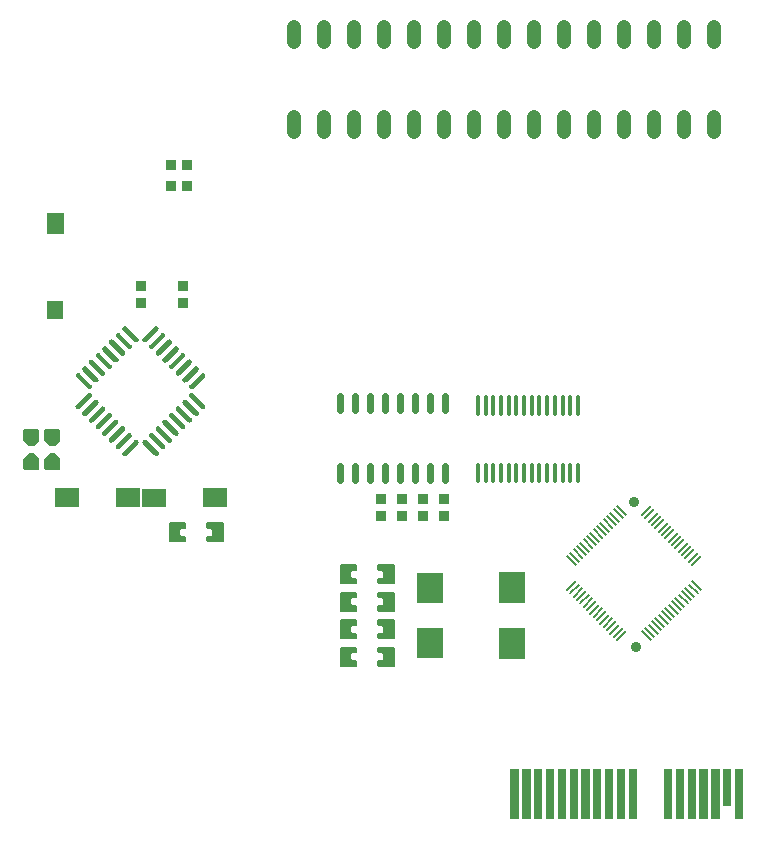
<source format=gtp>
G04 Layer: TopPasteMaskLayer*
G04 EasyEDA v6.4.7, 2021-02-24T17:41:02+08:00*
G04 aefd34b0273d4d6584ca49087094e06a,119f753a6ce64b8d841f2ad33262ab0c,10*
G04 Gerber Generator version 0.2*
G04 Scale: 100 percent, Rotated: No, Reflected: No *
G04 Dimensions in millimeters *
G04 leading zeros omitted , absolute positions ,3 integer and 3 decimal *
%FSLAX33Y33*%
%MOMM*%
G90*
D02*

%ADD22C,1.199998*%
%ADD23C,0.343002*%
%ADD24C,0.203200*%
%ADD25C,0.599999*%
%ADD33R,2.185010X2.591994*%
%ADD35R,0.914400X0.914400*%
%ADD37R,1.399997X1.499997*%
%ADD38R,2.046376X1.620012*%
%ADD39C,0.889000*%

%LPD*%
G54D22*
G01X62611Y68420D02*
G01X62611Y67120D01*
G01X60071Y68420D02*
G01X60071Y67120D01*
G01X57531Y68420D02*
G01X57531Y67120D01*
G01X54991Y68420D02*
G01X54991Y67120D01*
G01X52451Y68420D02*
G01X52451Y67120D01*
G01X49911Y68420D02*
G01X49911Y67120D01*
G01X47371Y68420D02*
G01X47371Y67120D01*
G01X39751Y68420D02*
G01X39751Y67120D01*
G01X62611Y60800D02*
G01X62611Y59500D01*
G01X60071Y60800D02*
G01X60071Y59500D01*
G01X57531Y60800D02*
G01X57531Y59500D01*
G01X54991Y60800D02*
G01X54991Y59500D01*
G01X52451Y60800D02*
G01X52451Y59500D01*
G01X49911Y60800D02*
G01X49911Y59500D01*
G01X47371Y60800D02*
G01X47371Y59500D01*
G01X44831Y60800D02*
G01X44831Y59500D01*
G01X42291Y60800D02*
G01X42291Y59500D01*
G01X39751Y60800D02*
G01X39751Y59500D01*
G01X37211Y68420D02*
G01X37211Y67120D01*
G01X34671Y68420D02*
G01X34671Y67120D01*
G01X32131Y68420D02*
G01X32131Y67120D01*
G01X29591Y68420D02*
G01X29591Y67120D01*
G01X27051Y68420D02*
G01X27051Y67120D01*
G01X37211Y60800D02*
G01X37211Y59500D01*
G01X34671Y60800D02*
G01X34671Y59500D01*
G01X32131Y60800D02*
G01X32131Y59500D01*
G01X29591Y60800D02*
G01X29591Y59500D01*
G01X27051Y60800D02*
G01X27051Y59500D01*
G01X44831Y68420D02*
G01X44831Y67120D01*
G01X42291Y68420D02*
G01X42291Y67120D01*
G54D23*
G01X51088Y35652D02*
G01X51088Y37040D01*
G01X50438Y35652D02*
G01X50438Y37040D01*
G01X49788Y35652D02*
G01X49788Y37040D01*
G01X49138Y35652D02*
G01X49138Y37040D01*
G01X48488Y35652D02*
G01X48488Y37040D01*
G01X47838Y35652D02*
G01X47838Y37040D01*
G01X47187Y35652D02*
G01X47187Y37040D01*
G01X46537Y35652D02*
G01X46537Y37040D01*
G01X45887Y35652D02*
G01X45887Y37040D01*
G01X45237Y35652D02*
G01X45237Y37040D01*
G01X44587Y35652D02*
G01X44587Y37040D01*
G01X43937Y35652D02*
G01X43937Y37040D01*
G01X43287Y35652D02*
G01X43287Y37040D01*
G01X42637Y35652D02*
G01X42637Y37040D01*
G01X51088Y29920D02*
G01X51088Y31309D01*
G01X50438Y29920D02*
G01X50438Y31309D01*
G01X49788Y29920D02*
G01X49788Y31309D01*
G01X49138Y29920D02*
G01X49138Y31309D01*
G01X48488Y29920D02*
G01X48488Y31309D01*
G01X47838Y29920D02*
G01X47838Y31309D01*
G01X47187Y29920D02*
G01X47187Y31309D01*
G01X46537Y29920D02*
G01X46537Y31309D01*
G01X45887Y29920D02*
G01X45887Y31309D01*
G01X45237Y29920D02*
G01X45237Y31309D01*
G01X44587Y29920D02*
G01X44587Y31309D01*
G01X43937Y29920D02*
G01X43937Y31309D01*
G01X43287Y29920D02*
G01X43287Y31309D01*
G01X42637Y29920D02*
G01X42637Y31309D01*
G54D24*
G01X51286Y19577D02*
G01X52040Y20332D01*
G01X59818Y19012D02*
G01X59064Y19766D01*
G01X58404Y17598D02*
G01X57650Y18352D01*
G01X61233Y20426D02*
G01X60478Y21180D01*
G01X60950Y20143D02*
G01X60195Y20897D01*
G01X60384Y19577D02*
G01X59630Y20332D01*
G01X60101Y19295D02*
G01X59347Y20049D01*
G01X58687Y17881D02*
G01X57933Y18635D01*
G01X58970Y18163D02*
G01X58216Y18918D01*
G01X60667Y19860D02*
G01X59912Y20615D01*
G01X51192Y23113D02*
G01X50437Y23867D01*
G01X58121Y17315D02*
G01X57367Y18069D01*
G01X56518Y27073D02*
G01X57273Y27827D01*
G01X50154Y20709D02*
G01X50909Y21463D01*
G01X57556Y16749D02*
G01X56801Y17504D01*
G01X60195Y23396D02*
G01X60950Y24150D01*
G01X59253Y18446D02*
G01X58498Y19201D01*
G01X53548Y17315D02*
G01X54303Y18069D01*
G01X52134Y18729D02*
G01X52889Y19483D01*
G01X50909Y22830D02*
G01X50154Y23585D01*
G01X55152Y27073D02*
G01X54397Y27827D01*
G01X57838Y17032D02*
G01X57084Y17786D01*
G01X61515Y20709D02*
G01X60761Y21463D01*
G01X54114Y16749D02*
G01X54869Y17503D01*
G01X53831Y17032D02*
G01X54586Y17786D01*
G01X59535Y18729D02*
G01X58781Y19483D01*
G01X57273Y16466D02*
G01X56518Y17221D01*
G01X59912Y23679D02*
G01X60667Y24433D01*
G01X59630Y23962D02*
G01X60384Y24716D01*
G01X52606Y24527D02*
G01X51852Y25282D01*
G01X52889Y24810D02*
G01X52134Y25564D01*
G01X52323Y24244D02*
G01X51569Y24999D01*
G01X51757Y23679D02*
G01X51003Y24433D01*
G01X53171Y25093D02*
G01X52417Y25847D01*
G01X53454Y25376D02*
G01X52700Y26130D01*
G01X51474Y23396D02*
G01X50720Y24150D01*
G01X52040Y23962D02*
G01X51286Y24716D01*
G01X57932Y25659D02*
G01X58687Y26413D01*
G01X56801Y26790D02*
G01X57555Y27544D01*
G01X57084Y26507D02*
G01X57838Y27261D01*
G01X57650Y25941D02*
G01X58404Y26696D01*
G01X57367Y26224D02*
G01X58121Y26978D01*
G01X50720Y20143D02*
G01X51474Y20897D01*
G01X50437Y20426D02*
G01X51191Y21180D01*
G01X51003Y19860D02*
G01X51757Y20615D01*
G01X52983Y17881D02*
G01X53737Y18635D01*
G01X53266Y17598D02*
G01X54020Y18352D01*
G01X58781Y24810D02*
G01X59535Y25564D01*
G01X52700Y18163D02*
G01X53454Y18918D01*
G01X52417Y18446D02*
G01X53171Y19201D01*
G01X59064Y24527D02*
G01X59818Y25282D01*
G01X58498Y25093D02*
G01X59253Y25847D01*
G01X58215Y25376D02*
G01X58970Y26130D01*
G01X59347Y24244D02*
G01X60101Y24999D01*
G01X54397Y16466D02*
G01X55152Y17220D01*
G01X53737Y25659D02*
G01X52983Y26413D01*
G01X54586Y26507D02*
G01X53831Y27261D01*
G01X54020Y25941D02*
G01X53266Y26696D01*
G01X51851Y19012D02*
G01X52606Y19766D01*
G01X60761Y22830D02*
G01X61515Y23585D01*
G01X60478Y23113D02*
G01X61233Y23867D01*
G01X54303Y26224D02*
G01X53548Y26978D01*
G01X51568Y19295D02*
G01X52323Y20049D01*
G01X54869Y26790D02*
G01X54114Y27544D01*
G54D25*
G01X39878Y35979D02*
G01X39878Y37179D01*
G01X38608Y35979D02*
G01X38608Y37179D01*
G01X37338Y35979D02*
G01X37338Y37179D01*
G01X36068Y35979D02*
G01X36068Y37179D01*
G01X34798Y35979D02*
G01X34798Y37179D01*
G01X33528Y35979D02*
G01X33528Y37179D01*
G01X32258Y35979D02*
G01X32258Y37179D01*
G01X30988Y35979D02*
G01X30988Y37179D01*
G01X39878Y30036D02*
G01X39878Y31236D01*
G01X38608Y30036D02*
G01X38608Y31236D01*
G01X37338Y30036D02*
G01X37338Y31236D01*
G01X36068Y30036D02*
G01X36068Y31236D01*
G01X34798Y30036D02*
G01X34798Y31236D01*
G01X33528Y30036D02*
G01X33528Y31236D01*
G01X32258Y30036D02*
G01X32258Y31236D01*
G01X30988Y30036D02*
G01X30988Y31236D01*
G36*
G01X59385Y5600D02*
G01X60085Y5600D01*
G01X60085Y1300D01*
G01X59385Y1300D01*
G01X59385Y5600D01*
G37*
G36*
G01X58385Y5600D02*
G01X59085Y5600D01*
G01X59085Y1300D01*
G01X58385Y1300D01*
G01X58385Y5600D01*
G37*
G36*
G01X60385Y5600D02*
G01X61085Y5600D01*
G01X61085Y1300D01*
G01X60385Y1300D01*
G01X60385Y5600D01*
G37*
G36*
G01X62385Y5600D02*
G01X63085Y5600D01*
G01X63085Y1300D01*
G01X62385Y1300D01*
G01X62385Y5600D01*
G37*
G36*
G01X61385Y5600D02*
G01X62085Y5600D01*
G01X62085Y1300D01*
G01X61385Y1300D01*
G01X61385Y5600D01*
G37*
G36*
G01X64385Y5600D02*
G01X65085Y5600D01*
G01X65085Y1300D01*
G01X64385Y1300D01*
G01X64385Y5600D01*
G37*
G36*
G01X63385Y5600D02*
G01X64085Y5600D01*
G01X64085Y2400D01*
G01X63385Y2400D01*
G01X63385Y5600D01*
G37*
G36*
G01X46385Y5600D02*
G01X47085Y5600D01*
G01X47085Y1300D01*
G01X46385Y1300D01*
G01X46385Y5600D01*
G37*
G36*
G01X45385Y5600D02*
G01X46085Y5600D01*
G01X46085Y1300D01*
G01X45385Y1300D01*
G01X45385Y5600D01*
G37*
G36*
G01X47385Y5600D02*
G01X48085Y5600D01*
G01X48085Y1300D01*
G01X47385Y1300D01*
G01X47385Y5600D01*
G37*
G36*
G01X53385Y5600D02*
G01X54085Y5600D01*
G01X54085Y1300D01*
G01X53385Y1300D01*
G01X53385Y5600D01*
G37*
G36*
G01X52385Y5600D02*
G01X53085Y5600D01*
G01X53085Y1300D01*
G01X52385Y1300D01*
G01X52385Y5600D01*
G37*
G36*
G01X55385Y5600D02*
G01X56085Y5600D01*
G01X56085Y1300D01*
G01X55385Y1300D01*
G01X55385Y5600D01*
G37*
G36*
G01X54385Y5600D02*
G01X55085Y5600D01*
G01X55085Y1300D01*
G01X54385Y1300D01*
G01X54385Y5600D01*
G37*
G36*
G01X49385Y5600D02*
G01X50085Y5600D01*
G01X50085Y1300D01*
G01X49385Y1300D01*
G01X49385Y5600D01*
G37*
G36*
G01X48385Y5600D02*
G01X49085Y5600D01*
G01X49085Y1300D01*
G01X48385Y1300D01*
G01X48385Y5600D01*
G37*
G36*
G01X51385Y5600D02*
G01X52085Y5600D01*
G01X52085Y1300D01*
G01X51385Y1300D01*
G01X51385Y5600D01*
G37*
G36*
G01X50385Y5600D02*
G01X51085Y5600D01*
G01X51085Y1300D01*
G01X50385Y1300D01*
G01X50385Y5600D01*
G37*
G36*
G01X44436Y14912D02*
G01X44436Y17504D01*
G01X46622Y17504D01*
G01X46622Y14912D01*
G01X44436Y14912D01*
G37*
G54D33*
G01X38544Y16208D03*
G01X38544Y20907D03*
G36*
G01X44436Y19611D02*
G01X44436Y22203D01*
G01X46622Y22203D01*
G01X46622Y19611D01*
G01X44436Y19611D01*
G37*
G36*
G01X13261Y33947D02*
G01X13279Y33927D01*
G01X13293Y33906D01*
G01X13306Y33883D01*
G01X13315Y33858D01*
G01X13321Y33833D01*
G01X13324Y33807D01*
G01X13324Y33781D01*
G01X13321Y33755D01*
G01X13315Y33730D01*
G01X13306Y33706D01*
G01X13293Y33683D01*
G01X13279Y33661D01*
G01X13261Y33642D01*
G01X12309Y32690D01*
G01X12290Y32672D01*
G01X12268Y32657D01*
G01X12245Y32646D01*
G01X12221Y32636D01*
G01X12196Y32630D01*
G01X12170Y32627D01*
G01X12144Y32627D01*
G01X12118Y32630D01*
G01X12092Y32636D01*
G01X12068Y32646D01*
G01X12045Y32657D01*
G01X12024Y32672D01*
G01X12004Y32690D01*
G01X11987Y32709D01*
G01X11972Y32731D01*
G01X11960Y32754D01*
G01X11951Y32778D01*
G01X11944Y32803D01*
G01X11941Y32829D01*
G01X11941Y32855D01*
G01X11944Y32881D01*
G01X11951Y32907D01*
G01X11960Y32931D01*
G01X11972Y32954D01*
G01X11987Y32975D01*
G01X12004Y32995D01*
G01X12956Y33947D01*
G01X12976Y33964D01*
G01X12997Y33979D01*
G01X13020Y33991D01*
G01X13044Y34000D01*
G01X13070Y34007D01*
G01X13096Y34010D01*
G01X13122Y34010D01*
G01X13148Y34007D01*
G01X13173Y34000D01*
G01X13197Y33991D01*
G01X13220Y33979D01*
G01X13242Y33964D01*
G01X13261Y33947D01*
G37*
G36*
G01X12687Y34522D02*
G01X12704Y34502D01*
G01X12719Y34481D01*
G01X12731Y34458D01*
G01X12740Y34433D01*
G01X12746Y34408D01*
G01X12750Y34382D01*
G01X12750Y34356D01*
G01X12746Y34330D01*
G01X12740Y34305D01*
G01X12731Y34280D01*
G01X12719Y34257D01*
G01X12704Y34236D01*
G01X12687Y34216D01*
G01X11735Y33265D01*
G01X11715Y33247D01*
G01X11694Y33232D01*
G01X11671Y33220D01*
G01X11646Y33211D01*
G01X11621Y33205D01*
G01X11595Y33202D01*
G01X11569Y33202D01*
G01X11543Y33205D01*
G01X11518Y33211D01*
G01X11494Y33220D01*
G01X11470Y33232D01*
G01X11449Y33247D01*
G01X11430Y33265D01*
G01X11412Y33284D01*
G01X11397Y33305D01*
G01X11385Y33329D01*
G01X11376Y33353D01*
G01X11370Y33378D01*
G01X11367Y33404D01*
G01X11367Y33430D01*
G01X11370Y33456D01*
G01X11376Y33481D01*
G01X11385Y33506D01*
G01X11397Y33529D01*
G01X11412Y33550D01*
G01X11430Y33570D01*
G01X12381Y34522D01*
G01X12401Y34539D01*
G01X12422Y34554D01*
G01X12445Y34566D01*
G01X12470Y34575D01*
G01X12495Y34581D01*
G01X12521Y34585D01*
G01X12547Y34585D01*
G01X12573Y34581D01*
G01X12598Y34575D01*
G01X12623Y34566D01*
G01X12646Y34554D01*
G01X12667Y34539D01*
G01X12687Y34522D01*
G37*
G36*
G01X10998Y36210D02*
G01X11016Y36190D01*
G01X11030Y36169D01*
G01X11043Y36146D01*
G01X11052Y36122D01*
G01X11058Y36096D01*
G01X11061Y36070D01*
G01X11061Y36044D01*
G01X11058Y36018D01*
G01X11052Y35993D01*
G01X11043Y35969D01*
G01X11030Y35945D01*
G01X11016Y35924D01*
G01X10998Y35905D01*
G01X10046Y34953D01*
G01X10027Y34935D01*
G01X10006Y34921D01*
G01X9982Y34908D01*
G01X9958Y34899D01*
G01X9933Y34893D01*
G01X9907Y34890D01*
G01X9881Y34890D01*
G01X9855Y34893D01*
G01X9830Y34899D01*
G01X9805Y34908D01*
G01X9782Y34921D01*
G01X9761Y34935D01*
G01X9741Y34953D01*
G01X9724Y34972D01*
G01X9709Y34994D01*
G01X9697Y35017D01*
G01X9688Y35041D01*
G01X9681Y35066D01*
G01X9678Y35092D01*
G01X9678Y35118D01*
G01X9681Y35144D01*
G01X9688Y35170D01*
G01X9697Y35194D01*
G01X9709Y35217D01*
G01X9724Y35239D01*
G01X9741Y35258D01*
G01X10693Y36210D01*
G01X10712Y36227D01*
G01X10734Y36242D01*
G01X10757Y36254D01*
G01X10782Y36263D01*
G01X10807Y36270D01*
G01X10833Y36273D01*
G01X10859Y36273D01*
G01X10885Y36270D01*
G01X10910Y36263D01*
G01X10934Y36254D01*
G01X10957Y36242D01*
G01X10979Y36227D01*
G01X10998Y36210D01*
G37*
G36*
G01X9867Y37341D02*
G01X9884Y37322D01*
G01X9899Y37301D01*
G01X9911Y37277D01*
G01X9920Y37253D01*
G01X9927Y37228D01*
G01X9930Y37202D01*
G01X9930Y37176D01*
G01X9927Y37150D01*
G01X9920Y37125D01*
G01X9911Y37100D01*
G01X9899Y37077D01*
G01X9884Y37056D01*
G01X9867Y37036D01*
G01X8915Y36084D01*
G01X8895Y36067D01*
G01X8874Y36052D01*
G01X8851Y36040D01*
G01X8827Y36031D01*
G01X8801Y36024D01*
G01X8775Y36021D01*
G01X8749Y36021D01*
G01X8723Y36024D01*
G01X8698Y36031D01*
G01X8674Y36040D01*
G01X8650Y36052D01*
G01X8629Y36067D01*
G01X8610Y36084D01*
G01X8592Y36104D01*
G01X8578Y36125D01*
G01X8565Y36148D01*
G01X8556Y36173D01*
G01X8550Y36198D01*
G01X8547Y36224D01*
G01X8547Y36250D01*
G01X8550Y36276D01*
G01X8556Y36301D01*
G01X8565Y36325D01*
G01X8578Y36349D01*
G01X8592Y36370D01*
G01X8610Y36389D01*
G01X9562Y37341D01*
G01X9581Y37359D01*
G01X9602Y37373D01*
G01X9626Y37386D01*
G01X9650Y37395D01*
G01X9675Y37401D01*
G01X9701Y37404D01*
G01X9727Y37404D01*
G01X9753Y37401D01*
G01X9779Y37395D01*
G01X9803Y37386D01*
G01X9826Y37373D01*
G01X9847Y37359D01*
G01X9867Y37341D01*
G37*
G36*
G01X8621Y39041D02*
G01X8640Y39058D01*
G01X8662Y39073D01*
G01X8685Y39085D01*
G01X8709Y39094D01*
G01X8735Y39100D01*
G01X8760Y39104D01*
G01X8786Y39104D01*
G01X8812Y39100D01*
G01X8838Y39094D01*
G01X8862Y39085D01*
G01X8885Y39073D01*
G01X8907Y39058D01*
G01X8926Y39041D01*
G01X9878Y38089D01*
G01X9895Y38069D01*
G01X9910Y38048D01*
G01X9922Y38025D01*
G01X9931Y38001D01*
G01X9938Y37975D01*
G01X9941Y37949D01*
G01X9941Y37923D01*
G01X9938Y37897D01*
G01X9931Y37872D01*
G01X9922Y37848D01*
G01X9910Y37825D01*
G01X9895Y37803D01*
G01X9878Y37784D01*
G01X9859Y37766D01*
G01X9837Y37751D01*
G01X9814Y37739D01*
G01X9789Y37730D01*
G01X9764Y37724D01*
G01X9738Y37721D01*
G01X9712Y37721D01*
G01X9686Y37724D01*
G01X9661Y37730D01*
G01X9637Y37739D01*
G01X9614Y37751D01*
G01X9592Y37766D01*
G01X9573Y37784D01*
G01X8621Y38735D01*
G01X8603Y38755D01*
G01X8589Y38777D01*
G01X8577Y38799D01*
G01X8567Y38824D01*
G01X8561Y38849D01*
G01X8558Y38875D01*
G01X8558Y38901D01*
G01X8561Y38927D01*
G01X8567Y38952D01*
G01X8577Y38977D01*
G01X8589Y39000D01*
G01X8603Y39021D01*
G01X8621Y39041D01*
G37*
G36*
G01X9186Y39606D02*
G01X9206Y39623D01*
G01X9227Y39638D01*
G01X9250Y39650D01*
G01X9275Y39660D01*
G01X9300Y39666D01*
G01X9326Y39669D01*
G01X9352Y39669D01*
G01X9378Y39666D01*
G01X9403Y39660D01*
G01X9427Y39650D01*
G01X9451Y39638D01*
G01X9472Y39623D01*
G01X9491Y39606D01*
G01X10443Y38654D01*
G01X10461Y38635D01*
G01X10475Y38613D01*
G01X10488Y38590D01*
G01X10497Y38566D01*
G01X10503Y38541D01*
G01X10506Y38515D01*
G01X10506Y38489D01*
G01X10503Y38463D01*
G01X10497Y38437D01*
G01X10488Y38413D01*
G01X10475Y38390D01*
G01X10461Y38368D01*
G01X10443Y38349D01*
G01X10424Y38332D01*
G01X10402Y38317D01*
G01X10379Y38305D01*
G01X10355Y38295D01*
G01X10330Y38289D01*
G01X10304Y38286D01*
G01X10278Y38286D01*
G01X10252Y38289D01*
G01X10227Y38295D01*
G01X10202Y38305D01*
G01X10179Y38317D01*
G01X10157Y38332D01*
G01X10138Y38349D01*
G01X9186Y39301D01*
G01X9169Y39320D01*
G01X9154Y39342D01*
G01X9142Y39365D01*
G01X9133Y39389D01*
G01X9126Y39415D01*
G01X9123Y39441D01*
G01X9123Y39467D01*
G01X9126Y39493D01*
G01X9133Y39518D01*
G01X9142Y39542D01*
G01X9154Y39565D01*
G01X9169Y39587D01*
G01X9186Y39606D01*
G37*
G36*
G01X9752Y40172D02*
G01X9771Y40189D01*
G01X9792Y40204D01*
G01X9816Y40216D01*
G01X9840Y40225D01*
G01X9865Y40231D01*
G01X9891Y40235D01*
G01X9917Y40235D01*
G01X9943Y40231D01*
G01X9968Y40225D01*
G01X9993Y40216D01*
G01X10016Y40204D01*
G01X10037Y40189D01*
G01X10057Y40172D01*
G01X11009Y39220D01*
G01X11026Y39200D01*
G01X11041Y39179D01*
G01X11053Y39156D01*
G01X11062Y39131D01*
G01X11068Y39106D01*
G01X11072Y39080D01*
G01X11072Y39054D01*
G01X11068Y39028D01*
G01X11062Y39003D01*
G01X11053Y38978D01*
G01X11041Y38955D01*
G01X11026Y38934D01*
G01X11009Y38914D01*
G01X10989Y38897D01*
G01X10968Y38882D01*
G01X10945Y38870D01*
G01X10920Y38861D01*
G01X10895Y38855D01*
G01X10869Y38851D01*
G01X10843Y38851D01*
G01X10817Y38855D01*
G01X10792Y38861D01*
G01X10768Y38870D01*
G01X10744Y38882D01*
G01X10723Y38897D01*
G01X10703Y38914D01*
G01X9752Y39866D01*
G01X9734Y39886D01*
G01X9719Y39907D01*
G01X9707Y39930D01*
G01X9698Y39955D01*
G01X9692Y39980D01*
G01X9689Y40006D01*
G01X9689Y40032D01*
G01X9692Y40058D01*
G01X9698Y40083D01*
G01X9707Y40108D01*
G01X9719Y40131D01*
G01X9734Y40152D01*
G01X9752Y40172D01*
G37*
G36*
G01X10317Y40737D02*
G01X10337Y40754D01*
G01X10358Y40769D01*
G01X10381Y40781D01*
G01X10406Y40791D01*
G01X10431Y40797D01*
G01X10457Y40800D01*
G01X10483Y40800D01*
G01X10509Y40797D01*
G01X10534Y40791D01*
G01X10558Y40781D01*
G01X10581Y40769D01*
G01X10603Y40754D01*
G01X10623Y40737D01*
G01X11574Y39785D01*
G01X11592Y39766D01*
G01X11607Y39744D01*
G01X11618Y39721D01*
G01X11628Y39697D01*
G01X11634Y39672D01*
G01X11637Y39646D01*
G01X11637Y39620D01*
G01X11634Y39594D01*
G01X11628Y39569D01*
G01X11618Y39544D01*
G01X11607Y39521D01*
G01X11592Y39499D01*
G01X11574Y39480D01*
G01X11555Y39463D01*
G01X11533Y39448D01*
G01X11510Y39436D01*
G01X11486Y39427D01*
G01X11460Y39420D01*
G01X11435Y39417D01*
G01X11409Y39417D01*
G01X11383Y39420D01*
G01X11357Y39427D01*
G01X11333Y39436D01*
G01X11310Y39448D01*
G01X11289Y39463D01*
G01X11269Y39480D01*
G01X10317Y40432D01*
G01X10300Y40451D01*
G01X10285Y40473D01*
G01X10273Y40496D01*
G01X10264Y40520D01*
G01X10258Y40546D01*
G01X10254Y40572D01*
G01X10254Y40597D01*
G01X10258Y40623D01*
G01X10264Y40649D01*
G01X10273Y40673D01*
G01X10285Y40696D01*
G01X10300Y40718D01*
G01X10317Y40737D01*
G37*
G36*
G01X10883Y41303D02*
G01X10902Y41320D01*
G01X10924Y41335D01*
G01X10947Y41347D01*
G01X10971Y41356D01*
G01X10996Y41362D01*
G01X11022Y41366D01*
G01X11048Y41366D01*
G01X11074Y41362D01*
G01X11099Y41356D01*
G01X11124Y41347D01*
G01X11147Y41335D01*
G01X11168Y41320D01*
G01X11188Y41303D01*
G01X12140Y40351D01*
G01X12157Y40331D01*
G01X12172Y40310D01*
G01X12184Y40287D01*
G01X12193Y40262D01*
G01X12199Y40237D01*
G01X12203Y40211D01*
G01X12203Y40185D01*
G01X12199Y40159D01*
G01X12193Y40134D01*
G01X12184Y40110D01*
G01X12172Y40086D01*
G01X12157Y40065D01*
G01X12140Y40045D01*
G01X12120Y40028D01*
G01X12099Y40013D01*
G01X12076Y40001D01*
G01X12051Y39992D01*
G01X12026Y39986D01*
G01X12000Y39983D01*
G01X11974Y39983D01*
G01X11948Y39986D01*
G01X11923Y39992D01*
G01X11898Y40001D01*
G01X11876Y40013D01*
G01X11854Y40028D01*
G01X11834Y40045D01*
G01X10883Y40997D01*
G01X10865Y41017D01*
G01X10850Y41038D01*
G01X10838Y41061D01*
G01X10829Y41086D01*
G01X10823Y41111D01*
G01X10820Y41137D01*
G01X10820Y41163D01*
G01X10823Y41189D01*
G01X10829Y41214D01*
G01X10838Y41239D01*
G01X10850Y41262D01*
G01X10865Y41283D01*
G01X10883Y41303D01*
G37*
G36*
G01X12013Y42434D02*
G01X12033Y42451D01*
G01X12054Y42466D01*
G01X12077Y42478D01*
G01X12102Y42487D01*
G01X12127Y42493D01*
G01X12153Y42496D01*
G01X12179Y42496D01*
G01X12205Y42493D01*
G01X12230Y42487D01*
G01X12255Y42478D01*
G01X12278Y42466D01*
G01X12299Y42451D01*
G01X12319Y42434D01*
G01X13271Y41482D01*
G01X13288Y41462D01*
G01X13303Y41441D01*
G01X13315Y41418D01*
G01X13324Y41393D01*
G01X13330Y41368D01*
G01X13333Y41342D01*
G01X13333Y41316D01*
G01X13330Y41290D01*
G01X13324Y41265D01*
G01X13315Y41240D01*
G01X13303Y41217D01*
G01X13288Y41196D01*
G01X13271Y41176D01*
G01X13251Y41159D01*
G01X13230Y41144D01*
G01X13207Y41132D01*
G01X13182Y41123D01*
G01X13157Y41117D01*
G01X13131Y41114D01*
G01X13105Y41114D01*
G01X13079Y41117D01*
G01X13054Y41123D01*
G01X13029Y41132D01*
G01X13006Y41144D01*
G01X12985Y41159D01*
G01X12965Y41176D01*
G01X12013Y42128D01*
G01X11996Y42148D01*
G01X11981Y42169D01*
G01X11969Y42192D01*
G01X11960Y42217D01*
G01X11954Y42242D01*
G01X11951Y42268D01*
G01X11951Y42294D01*
G01X11954Y42320D01*
G01X11960Y42345D01*
G01X11969Y42370D01*
G01X11981Y42393D01*
G01X11996Y42414D01*
G01X12013Y42434D01*
G37*
G36*
G01X11448Y41868D02*
G01X11467Y41885D01*
G01X11489Y41900D01*
G01X11512Y41912D01*
G01X11536Y41922D01*
G01X11562Y41928D01*
G01X11587Y41931D01*
G01X11614Y41931D01*
G01X11640Y41928D01*
G01X11665Y41922D01*
G01X11689Y41912D01*
G01X11712Y41900D01*
G01X11734Y41885D01*
G01X11753Y41868D01*
G01X12705Y40916D01*
G01X12722Y40897D01*
G01X12737Y40875D01*
G01X12749Y40852D01*
G01X12759Y40828D01*
G01X12765Y40802D01*
G01X12768Y40777D01*
G01X12768Y40750D01*
G01X12765Y40724D01*
G01X12759Y40699D01*
G01X12749Y40675D01*
G01X12737Y40652D01*
G01X12722Y40630D01*
G01X12705Y40611D01*
G01X12686Y40593D01*
G01X12664Y40579D01*
G01X12641Y40567D01*
G01X12617Y40557D01*
G01X12591Y40551D01*
G01X12566Y40548D01*
G01X12539Y40548D01*
G01X12514Y40551D01*
G01X12488Y40557D01*
G01X12464Y40567D01*
G01X12441Y40579D01*
G01X12419Y40593D01*
G01X12400Y40611D01*
G01X11448Y41563D01*
G01X11431Y41582D01*
G01X11416Y41604D01*
G01X11404Y41627D01*
G01X11394Y41651D01*
G01X11388Y41676D01*
G01X11385Y41702D01*
G01X11385Y41728D01*
G01X11388Y41754D01*
G01X11394Y41780D01*
G01X11404Y41804D01*
G01X11416Y41827D01*
G01X11431Y41848D01*
G01X11448Y41868D01*
G37*
G36*
G01X12579Y42999D02*
G01X12598Y43016D01*
G01X12620Y43031D01*
G01X12643Y43043D01*
G01X12667Y43052D01*
G01X12693Y43059D01*
G01X12719Y43062D01*
G01X12744Y43062D01*
G01X12770Y43059D01*
G01X12796Y43052D01*
G01X12820Y43043D01*
G01X12843Y43031D01*
G01X12865Y43016D01*
G01X12884Y42999D01*
G01X13836Y42047D01*
G01X13853Y42028D01*
G01X13868Y42006D01*
G01X13880Y41983D01*
G01X13889Y41959D01*
G01X13896Y41933D01*
G01X13899Y41907D01*
G01X13899Y41881D01*
G01X13896Y41856D01*
G01X13889Y41830D01*
G01X13880Y41806D01*
G01X13868Y41783D01*
G01X13853Y41761D01*
G01X13836Y41742D01*
G01X13817Y41724D01*
G01X13795Y41710D01*
G01X13772Y41698D01*
G01X13748Y41688D01*
G01X13722Y41682D01*
G01X13696Y41679D01*
G01X13670Y41679D01*
G01X13645Y41682D01*
G01X13619Y41688D01*
G01X13595Y41698D01*
G01X13572Y41710D01*
G01X13550Y41724D01*
G01X13531Y41742D01*
G01X12579Y42694D01*
G01X12562Y42713D01*
G01X12547Y42735D01*
G01X12535Y42758D01*
G01X12526Y42782D01*
G01X12519Y42807D01*
G01X12516Y42833D01*
G01X12516Y42859D01*
G01X12519Y42885D01*
G01X12526Y42911D01*
G01X12535Y42935D01*
G01X12547Y42958D01*
G01X12562Y42980D01*
G01X12579Y42999D01*
G37*
G36*
G01X14841Y33952D02*
G01X14860Y33969D01*
G01X14882Y33984D01*
G01X14905Y33996D01*
G01X14929Y34005D01*
G01X14954Y34012D01*
G01X14980Y34015D01*
G01X15006Y34015D01*
G01X15032Y34012D01*
G01X15058Y34005D01*
G01X15082Y33996D01*
G01X15105Y33984D01*
G01X15126Y33969D01*
G01X15146Y33952D01*
G01X16098Y33000D01*
G01X16115Y32980D01*
G01X16130Y32959D01*
G01X16142Y32936D01*
G01X16151Y32911D01*
G01X16157Y32886D01*
G01X16161Y32860D01*
G01X16161Y32834D01*
G01X16157Y32808D01*
G01X16151Y32783D01*
G01X16142Y32759D01*
G01X16130Y32735D01*
G01X16115Y32714D01*
G01X16098Y32695D01*
G01X16078Y32677D01*
G01X16057Y32662D01*
G01X16034Y32650D01*
G01X16009Y32641D01*
G01X15984Y32635D01*
G01X15958Y32632D01*
G01X15932Y32632D01*
G01X15906Y32635D01*
G01X15881Y32641D01*
G01X15856Y32650D01*
G01X15834Y32662D01*
G01X15812Y32677D01*
G01X15792Y32695D01*
G01X14841Y33646D01*
G01X14823Y33666D01*
G01X14808Y33687D01*
G01X14797Y33711D01*
G01X14787Y33735D01*
G01X14781Y33760D01*
G01X14778Y33786D01*
G01X14778Y33812D01*
G01X14781Y33838D01*
G01X14787Y33863D01*
G01X14797Y33888D01*
G01X14808Y33911D01*
G01X14823Y33932D01*
G01X14841Y33952D01*
G37*
G36*
G01X15406Y34517D02*
G01X15425Y34535D01*
G01X15447Y34549D01*
G01X15470Y34561D01*
G01X15495Y34571D01*
G01X15520Y34577D01*
G01X15546Y34580D01*
G01X15572Y34580D01*
G01X15598Y34577D01*
G01X15623Y34571D01*
G01X15647Y34561D01*
G01X15670Y34549D01*
G01X15692Y34535D01*
G01X15711Y34517D01*
G01X16663Y33565D01*
G01X16680Y33546D01*
G01X16695Y33524D01*
G01X16707Y33501D01*
G01X16717Y33477D01*
G01X16723Y33451D01*
G01X16726Y33426D01*
G01X16726Y33399D01*
G01X16723Y33374D01*
G01X16717Y33348D01*
G01X16707Y33324D01*
G01X16695Y33301D01*
G01X16680Y33279D01*
G01X16663Y33260D01*
G01X16644Y33243D01*
G01X16622Y33228D01*
G01X16599Y33216D01*
G01X16575Y33206D01*
G01X16549Y33200D01*
G01X16524Y33197D01*
G01X16498Y33197D01*
G01X16472Y33200D01*
G01X16446Y33206D01*
G01X16422Y33216D01*
G01X16399Y33228D01*
G01X16377Y33243D01*
G01X16358Y33260D01*
G01X15406Y34212D01*
G01X15389Y34231D01*
G01X15374Y34253D01*
G01X15362Y34276D01*
G01X15353Y34300D01*
G01X15346Y34325D01*
G01X15343Y34351D01*
G01X15343Y34378D01*
G01X15346Y34403D01*
G01X15353Y34429D01*
G01X15362Y34453D01*
G01X15374Y34476D01*
G01X15389Y34498D01*
G01X15406Y34517D01*
G37*
G36*
G01X14285Y33390D02*
G01X14305Y33408D01*
G01X14326Y33422D01*
G01X14349Y33434D01*
G01X14374Y33444D01*
G01X14399Y33450D01*
G01X14425Y33453D01*
G01X14451Y33453D01*
G01X14477Y33450D01*
G01X14502Y33444D01*
G01X14526Y33434D01*
G01X14549Y33422D01*
G01X14571Y33408D01*
G01X14591Y33390D01*
G01X15542Y32438D01*
G01X15560Y32419D01*
G01X15575Y32397D01*
G01X15586Y32374D01*
G01X15596Y32350D01*
G01X15602Y32324D01*
G01X15605Y32299D01*
G01X15605Y32273D01*
G01X15602Y32247D01*
G01X15596Y32221D01*
G01X15586Y32197D01*
G01X15575Y32174D01*
G01X15560Y32152D01*
G01X15542Y32133D01*
G01X15523Y32116D01*
G01X15501Y32101D01*
G01X15478Y32089D01*
G01X15454Y32079D01*
G01X15428Y32073D01*
G01X15403Y32070D01*
G01X15377Y32070D01*
G01X15351Y32073D01*
G01X15325Y32079D01*
G01X15301Y32089D01*
G01X15278Y32101D01*
G01X15257Y32116D01*
G01X15237Y32133D01*
G01X14285Y33085D01*
G01X14268Y33104D01*
G01X14253Y33126D01*
G01X14241Y33149D01*
G01X14232Y33173D01*
G01X14226Y33198D01*
G01X14222Y33224D01*
G01X14222Y33251D01*
G01X14226Y33276D01*
G01X14232Y33302D01*
G01X14241Y33326D01*
G01X14253Y33349D01*
G01X14268Y33371D01*
G01X14285Y33390D01*
G37*
G36*
G01X12130Y35078D02*
G01X12147Y35059D01*
G01X12162Y35037D01*
G01X12174Y35014D01*
G01X12183Y34990D01*
G01X12189Y34965D01*
G01X12193Y34939D01*
G01X12193Y34913D01*
G01X12189Y34887D01*
G01X12183Y34861D01*
G01X12174Y34837D01*
G01X12162Y34814D01*
G01X12147Y34793D01*
G01X12130Y34773D01*
G01X11178Y33821D01*
G01X11158Y33804D01*
G01X11137Y33789D01*
G01X11114Y33777D01*
G01X11089Y33768D01*
G01X11064Y33762D01*
G01X11038Y33758D01*
G01X11012Y33758D01*
G01X10986Y33762D01*
G01X10961Y33768D01*
G01X10937Y33777D01*
G01X10914Y33789D01*
G01X10892Y33804D01*
G01X10873Y33821D01*
G01X10855Y33841D01*
G01X10840Y33862D01*
G01X10828Y33885D01*
G01X10819Y33910D01*
G01X10813Y33935D01*
G01X10810Y33961D01*
G01X10810Y33987D01*
G01X10813Y34013D01*
G01X10819Y34038D01*
G01X10828Y34063D01*
G01X10840Y34085D01*
G01X10855Y34107D01*
G01X10873Y34127D01*
G01X11824Y35078D01*
G01X11844Y35096D01*
G01X11866Y35111D01*
G01X11888Y35123D01*
G01X11913Y35132D01*
G01X11938Y35138D01*
G01X11964Y35141D01*
G01X11990Y35141D01*
G01X12016Y35138D01*
G01X12041Y35132D01*
G01X12066Y35123D01*
G01X12089Y35111D01*
G01X12110Y35096D01*
G01X12130Y35078D01*
G37*
G36*
G01X10442Y36767D02*
G01X10459Y36747D01*
G01X10474Y36726D01*
G01X10486Y36703D01*
G01X10495Y36678D01*
G01X10501Y36653D01*
G01X10504Y36627D01*
G01X10504Y36601D01*
G01X10501Y36575D01*
G01X10495Y36550D01*
G01X10486Y36525D01*
G01X10474Y36502D01*
G01X10459Y36481D01*
G01X10442Y36461D01*
G01X9490Y35509D01*
G01X9470Y35492D01*
G01X9449Y35477D01*
G01X9426Y35465D01*
G01X9401Y35456D01*
G01X9376Y35450D01*
G01X9350Y35447D01*
G01X9324Y35447D01*
G01X9298Y35450D01*
G01X9273Y35456D01*
G01X9248Y35465D01*
G01X9225Y35477D01*
G01X9204Y35492D01*
G01X9184Y35509D01*
G01X9167Y35529D01*
G01X9152Y35551D01*
G01X9140Y35574D01*
G01X9131Y35598D01*
G01X9125Y35623D01*
G01X9121Y35649D01*
G01X9121Y35675D01*
G01X9125Y35701D01*
G01X9131Y35726D01*
G01X9140Y35751D01*
G01X9152Y35774D01*
G01X9167Y35795D01*
G01X9184Y35815D01*
G01X10136Y36767D01*
G01X10156Y36784D01*
G01X10177Y36799D01*
G01X10200Y36811D01*
G01X10225Y36820D01*
G01X10250Y36826D01*
G01X10276Y36830D01*
G01X10302Y36830D01*
G01X10328Y36826D01*
G01X10353Y36820D01*
G01X10377Y36811D01*
G01X10401Y36799D01*
G01X10422Y36784D01*
G01X10442Y36767D01*
G37*
G36*
G01X11573Y35635D02*
G01X11590Y35616D01*
G01X11605Y35594D01*
G01X11617Y35571D01*
G01X11627Y35547D01*
G01X11633Y35522D01*
G01X11636Y35496D01*
G01X11636Y35469D01*
G01X11633Y35444D01*
G01X11627Y35418D01*
G01X11617Y35394D01*
G01X11605Y35371D01*
G01X11590Y35349D01*
G01X11573Y35330D01*
G01X10621Y34378D01*
G01X10602Y34361D01*
G01X10580Y34346D01*
G01X10557Y34334D01*
G01X10533Y34324D01*
G01X10507Y34318D01*
G01X10482Y34315D01*
G01X10455Y34315D01*
G01X10430Y34318D01*
G01X10404Y34324D01*
G01X10380Y34334D01*
G01X10357Y34346D01*
G01X10335Y34361D01*
G01X10316Y34378D01*
G01X10298Y34397D01*
G01X10284Y34419D01*
G01X10272Y34442D01*
G01X10262Y34466D01*
G01X10256Y34492D01*
G01X10253Y34517D01*
G01X10253Y34544D01*
G01X10256Y34570D01*
G01X10262Y34595D01*
G01X10272Y34619D01*
G01X10284Y34642D01*
G01X10298Y34664D01*
G01X10316Y34683D01*
G01X11268Y35635D01*
G01X11287Y35652D01*
G01X11309Y35667D01*
G01X11332Y35679D01*
G01X11356Y35689D01*
G01X11381Y35695D01*
G01X11407Y35698D01*
G01X11434Y35698D01*
G01X11459Y35695D01*
G01X11485Y35689D01*
G01X11509Y35679D01*
G01X11532Y35667D01*
G01X11553Y35652D01*
G01X11573Y35635D01*
G37*
G36*
G01X13827Y33369D02*
G01X13845Y33350D01*
G01X13859Y33328D01*
G01X13871Y33305D01*
G01X13881Y33281D01*
G01X13887Y33256D01*
G01X13890Y33230D01*
G01X13890Y33204D01*
G01X13887Y33178D01*
G01X13881Y33152D01*
G01X13871Y33128D01*
G01X13859Y33105D01*
G01X13845Y33083D01*
G01X13827Y33064D01*
G01X12875Y32112D01*
G01X12856Y32095D01*
G01X12834Y32080D01*
G01X12811Y32068D01*
G01X12787Y32059D01*
G01X12761Y32052D01*
G01X12736Y32049D01*
G01X12709Y32049D01*
G01X12684Y32052D01*
G01X12658Y32059D01*
G01X12634Y32068D01*
G01X12611Y32080D01*
G01X12590Y32095D01*
G01X12570Y32112D01*
G01X12553Y32132D01*
G01X12538Y32153D01*
G01X12526Y32176D01*
G01X12516Y32201D01*
G01X12510Y32226D01*
G01X12507Y32252D01*
G01X12507Y32278D01*
G01X12510Y32304D01*
G01X12516Y32329D01*
G01X12526Y32353D01*
G01X12538Y32376D01*
G01X12553Y32398D01*
G01X12570Y32417D01*
G01X13522Y33369D01*
G01X13541Y33387D01*
G01X13563Y33401D01*
G01X13586Y33414D01*
G01X13610Y33423D01*
G01X13635Y33429D01*
G01X13661Y33432D01*
G01X13688Y33432D01*
G01X13713Y33429D01*
G01X13739Y33423D01*
G01X13763Y33414D01*
G01X13786Y33401D01*
G01X13808Y33387D01*
G01X13827Y33369D01*
G37*
G36*
G01X16537Y35648D02*
G01X16556Y35665D01*
G01X16578Y35680D01*
G01X16601Y35692D01*
G01X16626Y35702D01*
G01X16651Y35708D01*
G01X16677Y35711D01*
G01X16703Y35711D01*
G01X16729Y35708D01*
G01X16754Y35702D01*
G01X16778Y35692D01*
G01X16801Y35680D01*
G01X16823Y35665D01*
G01X16842Y35648D01*
G01X17794Y34696D01*
G01X17812Y34677D01*
G01X17826Y34655D01*
G01X17838Y34632D01*
G01X17848Y34608D01*
G01X17854Y34583D01*
G01X17857Y34557D01*
G01X17857Y34530D01*
G01X17854Y34505D01*
G01X17848Y34479D01*
G01X17838Y34455D01*
G01X17826Y34432D01*
G01X17812Y34410D01*
G01X17794Y34391D01*
G01X17775Y34374D01*
G01X17753Y34359D01*
G01X17730Y34347D01*
G01X17706Y34337D01*
G01X17680Y34331D01*
G01X17655Y34328D01*
G01X17629Y34328D01*
G01X17603Y34331D01*
G01X17577Y34337D01*
G01X17553Y34347D01*
G01X17530Y34359D01*
G01X17508Y34374D01*
G01X17489Y34391D01*
G01X16537Y35343D01*
G01X16520Y35362D01*
G01X16505Y35384D01*
G01X16493Y35407D01*
G01X16484Y35431D01*
G01X16477Y35457D01*
G01X16474Y35482D01*
G01X16474Y35509D01*
G01X16477Y35535D01*
G01X16484Y35560D01*
G01X16493Y35584D01*
G01X16505Y35607D01*
G01X16520Y35629D01*
G01X16537Y35648D01*
G37*
G36*
G01X17102Y36213D02*
G01X17122Y36231D01*
G01X17143Y36246D01*
G01X17167Y36258D01*
G01X17191Y36267D01*
G01X17216Y36273D01*
G01X17242Y36276D01*
G01X17268Y36276D01*
G01X17294Y36273D01*
G01X17319Y36267D01*
G01X17344Y36258D01*
G01X17367Y36246D01*
G01X17388Y36231D01*
G01X17408Y36213D01*
G01X18360Y35262D01*
G01X18377Y35242D01*
G01X18392Y35221D01*
G01X18404Y35197D01*
G01X18413Y35173D01*
G01X18419Y35148D01*
G01X18423Y35122D01*
G01X18423Y35096D01*
G01X18419Y35070D01*
G01X18413Y35045D01*
G01X18404Y35020D01*
G01X18392Y34997D01*
G01X18377Y34976D01*
G01X18360Y34956D01*
G01X18340Y34939D01*
G01X18319Y34924D01*
G01X18296Y34912D01*
G01X18271Y34903D01*
G01X18246Y34897D01*
G01X18220Y34893D01*
G01X18194Y34893D01*
G01X18168Y34897D01*
G01X18143Y34903D01*
G01X18118Y34912D01*
G01X18095Y34924D01*
G01X18074Y34939D01*
G01X18054Y34956D01*
G01X17102Y35908D01*
G01X17085Y35928D01*
G01X17070Y35949D01*
G01X17058Y35972D01*
G01X17049Y35997D01*
G01X17043Y36022D01*
G01X17040Y36048D01*
G01X17040Y36074D01*
G01X17043Y36100D01*
G01X17049Y36125D01*
G01X17058Y36149D01*
G01X17070Y36173D01*
G01X17085Y36194D01*
G01X17102Y36213D01*
G37*
G36*
G01X17669Y36780D02*
G01X17688Y36797D01*
G01X17709Y36812D01*
G01X17733Y36824D01*
G01X17757Y36833D01*
G01X17782Y36839D01*
G01X17808Y36843D01*
G01X17834Y36843D01*
G01X17860Y36839D01*
G01X17885Y36833D01*
G01X17910Y36824D01*
G01X17933Y36812D01*
G01X17954Y36797D01*
G01X17974Y36780D01*
G01X18926Y35828D01*
G01X18943Y35808D01*
G01X18958Y35787D01*
G01X18970Y35764D01*
G01X18979Y35739D01*
G01X18985Y35714D01*
G01X18989Y35688D01*
G01X18989Y35662D01*
G01X18985Y35636D01*
G01X18979Y35611D01*
G01X18970Y35587D01*
G01X18958Y35563D01*
G01X18943Y35542D01*
G01X18926Y35522D01*
G01X18906Y35505D01*
G01X18885Y35490D01*
G01X18862Y35478D01*
G01X18837Y35469D01*
G01X18812Y35463D01*
G01X18786Y35460D01*
G01X18760Y35460D01*
G01X18734Y35463D01*
G01X18709Y35469D01*
G01X18685Y35478D01*
G01X18661Y35490D01*
G01X18640Y35505D01*
G01X18620Y35522D01*
G01X17669Y36474D01*
G01X17651Y36494D01*
G01X17636Y36515D01*
G01X17624Y36538D01*
G01X17615Y36563D01*
G01X17609Y36588D01*
G01X17606Y36614D01*
G01X17606Y36640D01*
G01X17609Y36666D01*
G01X17615Y36691D01*
G01X17624Y36716D01*
G01X17636Y36739D01*
G01X17651Y36760D01*
G01X17669Y36780D01*
G37*
G36*
G01X15972Y35083D02*
G01X15991Y35100D01*
G01X16013Y35115D01*
G01X16036Y35127D01*
G01X16060Y35136D01*
G01X16085Y35142D01*
G01X16111Y35146D01*
G01X16137Y35146D01*
G01X16163Y35142D01*
G01X16188Y35136D01*
G01X16213Y35127D01*
G01X16236Y35115D01*
G01X16258Y35100D01*
G01X16277Y35083D01*
G01X17229Y34131D01*
G01X17246Y34111D01*
G01X17261Y34090D01*
G01X17273Y34067D01*
G01X17282Y34043D01*
G01X17289Y34017D01*
G01X17292Y33991D01*
G01X17292Y33965D01*
G01X17289Y33939D01*
G01X17282Y33914D01*
G01X17273Y33890D01*
G01X17261Y33866D01*
G01X17246Y33845D01*
G01X17229Y33826D01*
G01X17209Y33808D01*
G01X17188Y33793D01*
G01X17165Y33781D01*
G01X17140Y33772D01*
G01X17115Y33766D01*
G01X17089Y33763D01*
G01X17063Y33763D01*
G01X17037Y33766D01*
G01X17012Y33772D01*
G01X16988Y33781D01*
G01X16964Y33793D01*
G01X16943Y33808D01*
G01X16924Y33826D01*
G01X15972Y34777D01*
G01X15954Y34797D01*
G01X15940Y34818D01*
G01X15927Y34841D01*
G01X15918Y34866D01*
G01X15912Y34891D01*
G01X15909Y34917D01*
G01X15909Y34943D01*
G01X15912Y34969D01*
G01X15918Y34994D01*
G01X15927Y35019D01*
G01X15940Y35042D01*
G01X15954Y35063D01*
G01X15972Y35083D01*
G37*
G36*
G01X18233Y37345D02*
G01X18253Y37362D01*
G01X18274Y37377D01*
G01X18297Y37389D01*
G01X18322Y37398D01*
G01X18347Y37404D01*
G01X18373Y37407D01*
G01X18399Y37407D01*
G01X18425Y37404D01*
G01X18450Y37398D01*
G01X18475Y37389D01*
G01X18498Y37377D01*
G01X18519Y37362D01*
G01X18539Y37345D01*
G01X19491Y36393D01*
G01X19508Y36373D01*
G01X19523Y36352D01*
G01X19535Y36329D01*
G01X19544Y36304D01*
G01X19550Y36279D01*
G01X19553Y36253D01*
G01X19553Y36227D01*
G01X19550Y36201D01*
G01X19544Y36176D01*
G01X19535Y36151D01*
G01X19523Y36128D01*
G01X19508Y36107D01*
G01X19491Y36087D01*
G01X19471Y36070D01*
G01X19450Y36055D01*
G01X19426Y36043D01*
G01X19402Y36034D01*
G01X19377Y36028D01*
G01X19351Y36024D01*
G01X19325Y36024D01*
G01X19299Y36028D01*
G01X19274Y36034D01*
G01X19249Y36043D01*
G01X19226Y36055D01*
G01X19205Y36070D01*
G01X19185Y36087D01*
G01X18233Y37039D01*
G01X18216Y37059D01*
G01X18201Y37080D01*
G01X18189Y37103D01*
G01X18180Y37128D01*
G01X18174Y37153D01*
G01X18171Y37179D01*
G01X18171Y37205D01*
G01X18174Y37231D01*
G01X18180Y37256D01*
G01X18189Y37281D01*
G01X18201Y37304D01*
G01X18216Y37325D01*
G01X18233Y37345D01*
G37*
G36*
G01X19494Y39030D02*
G01X19511Y39010D01*
G01X19526Y38989D01*
G01X19538Y38966D01*
G01X19547Y38941D01*
G01X19553Y38916D01*
G01X19556Y38890D01*
G01X19556Y38864D01*
G01X19553Y38838D01*
G01X19547Y38813D01*
G01X19538Y38789D01*
G01X19526Y38765D01*
G01X19511Y38744D01*
G01X19494Y38724D01*
G01X18542Y37773D01*
G01X18522Y37755D01*
G01X18501Y37740D01*
G01X18478Y37728D01*
G01X18453Y37719D01*
G01X18428Y37713D01*
G01X18402Y37710D01*
G01X18376Y37710D01*
G01X18350Y37713D01*
G01X18325Y37719D01*
G01X18300Y37728D01*
G01X18277Y37740D01*
G01X18256Y37755D01*
G01X18236Y37773D01*
G01X18219Y37792D01*
G01X18204Y37813D01*
G01X18192Y37837D01*
G01X18183Y37861D01*
G01X18177Y37886D01*
G01X18173Y37912D01*
G01X18173Y37938D01*
G01X18177Y37964D01*
G01X18183Y37989D01*
G01X18192Y38014D01*
G01X18204Y38037D01*
G01X18219Y38058D01*
G01X18236Y38078D01*
G01X19188Y39030D01*
G01X19208Y39047D01*
G01X19229Y39062D01*
G01X19252Y39074D01*
G01X19277Y39083D01*
G01X19302Y39089D01*
G01X19328Y39093D01*
G01X19354Y39093D01*
G01X19380Y39089D01*
G01X19405Y39083D01*
G01X19429Y39074D01*
G01X19453Y39062D01*
G01X19474Y39047D01*
G01X19494Y39030D01*
G37*
G36*
G01X18919Y39604D02*
G01X18936Y39585D01*
G01X18951Y39563D01*
G01X18963Y39540D01*
G01X18972Y39516D01*
G01X18979Y39491D01*
G01X18982Y39465D01*
G01X18982Y39439D01*
G01X18979Y39413D01*
G01X18972Y39388D01*
G01X18963Y39363D01*
G01X18951Y39340D01*
G01X18936Y39319D01*
G01X18919Y39299D01*
G01X17967Y38347D01*
G01X17947Y38330D01*
G01X17926Y38315D01*
G01X17903Y38303D01*
G01X17879Y38294D01*
G01X17853Y38288D01*
G01X17828Y38284D01*
G01X17801Y38284D01*
G01X17775Y38288D01*
G01X17750Y38294D01*
G01X17726Y38303D01*
G01X17703Y38315D01*
G01X17681Y38330D01*
G01X17662Y38347D01*
G01X17644Y38367D01*
G01X17630Y38388D01*
G01X17617Y38411D01*
G01X17608Y38436D01*
G01X17602Y38461D01*
G01X17599Y38487D01*
G01X17599Y38513D01*
G01X17602Y38539D01*
G01X17608Y38564D01*
G01X17617Y38589D01*
G01X17630Y38611D01*
G01X17644Y38633D01*
G01X17662Y38653D01*
G01X18614Y39604D01*
G01X18633Y39622D01*
G01X18655Y39637D01*
G01X18678Y39649D01*
G01X18702Y39658D01*
G01X18727Y39664D01*
G01X18753Y39667D01*
G01X18779Y39667D01*
G01X18805Y39664D01*
G01X18831Y39658D01*
G01X18855Y39649D01*
G01X18878Y39637D01*
G01X18899Y39622D01*
G01X18919Y39604D01*
G37*
G36*
G01X18344Y40179D02*
G01X18361Y40160D01*
G01X18376Y40138D01*
G01X18388Y40115D01*
G01X18398Y40091D01*
G01X18404Y40065D01*
G01X18407Y40039D01*
G01X18407Y40014D01*
G01X18404Y39988D01*
G01X18398Y39962D01*
G01X18388Y39938D01*
G01X18376Y39915D01*
G01X18361Y39893D01*
G01X18344Y39874D01*
G01X17392Y38922D01*
G01X17373Y38905D01*
G01X17351Y38890D01*
G01X17328Y38878D01*
G01X17304Y38869D01*
G01X17279Y38862D01*
G01X17253Y38859D01*
G01X17227Y38859D01*
G01X17201Y38862D01*
G01X17175Y38869D01*
G01X17151Y38878D01*
G01X17128Y38890D01*
G01X17106Y38905D01*
G01X17087Y38922D01*
G01X17070Y38941D01*
G01X17055Y38963D01*
G01X17043Y38986D01*
G01X17034Y39010D01*
G01X17027Y39036D01*
G01X17024Y39062D01*
G01X17024Y39088D01*
G01X17027Y39114D01*
G01X17034Y39139D01*
G01X17043Y39163D01*
G01X17055Y39186D01*
G01X17070Y39208D01*
G01X17087Y39227D01*
G01X18039Y40179D01*
G01X18058Y40196D01*
G01X18080Y40211D01*
G01X18103Y40223D01*
G01X18127Y40233D01*
G01X18153Y40239D01*
G01X18179Y40242D01*
G01X18204Y40242D01*
G01X18230Y40239D01*
G01X18256Y40233D01*
G01X18280Y40223D01*
G01X18303Y40211D01*
G01X18325Y40196D01*
G01X18344Y40179D01*
G37*
G36*
G01X17787Y40736D02*
G01X17805Y40716D01*
G01X17819Y40695D01*
G01X17832Y40672D01*
G01X17841Y40648D01*
G01X17847Y40622D01*
G01X17850Y40596D01*
G01X17850Y40570D01*
G01X17847Y40544D01*
G01X17841Y40519D01*
G01X17832Y40495D01*
G01X17819Y40472D01*
G01X17805Y40450D01*
G01X17787Y40431D01*
G01X16835Y39479D01*
G01X16816Y39461D01*
G01X16794Y39447D01*
G01X16771Y39434D01*
G01X16747Y39425D01*
G01X16722Y39419D01*
G01X16696Y39416D01*
G01X16670Y39416D01*
G01X16644Y39419D01*
G01X16619Y39425D01*
G01X16594Y39434D01*
G01X16571Y39447D01*
G01X16550Y39461D01*
G01X16530Y39479D01*
G01X16513Y39498D01*
G01X16498Y39520D01*
G01X16486Y39543D01*
G01X16477Y39567D01*
G01X16470Y39592D01*
G01X16467Y39618D01*
G01X16467Y39644D01*
G01X16470Y39670D01*
G01X16477Y39696D01*
G01X16486Y39720D01*
G01X16498Y39743D01*
G01X16513Y39765D01*
G01X16530Y39784D01*
G01X17482Y40736D01*
G01X17502Y40753D01*
G01X17523Y40768D01*
G01X17546Y40780D01*
G01X17570Y40790D01*
G01X17596Y40796D01*
G01X17622Y40799D01*
G01X17648Y40799D01*
G01X17674Y40796D01*
G01X17699Y40790D01*
G01X17723Y40780D01*
G01X17746Y40768D01*
G01X17768Y40753D01*
G01X17787Y40736D01*
G37*
G36*
G01X16656Y41867D02*
G01X16673Y41848D01*
G01X16688Y41827D01*
G01X16700Y41803D01*
G01X16709Y41779D01*
G01X16715Y41754D01*
G01X16719Y41728D01*
G01X16719Y41702D01*
G01X16715Y41676D01*
G01X16709Y41651D01*
G01X16700Y41626D01*
G01X16688Y41603D01*
G01X16673Y41582D01*
G01X16656Y41562D01*
G01X15704Y40610D01*
G01X15685Y40593D01*
G01X15663Y40578D01*
G01X15640Y40566D01*
G01X15616Y40557D01*
G01X15590Y40550D01*
G01X15564Y40547D01*
G01X15538Y40547D01*
G01X15512Y40550D01*
G01X15487Y40557D01*
G01X15463Y40566D01*
G01X15440Y40578D01*
G01X15418Y40593D01*
G01X15399Y40610D01*
G01X15381Y40630D01*
G01X15367Y40651D01*
G01X15355Y40674D01*
G01X15345Y40699D01*
G01X15339Y40724D01*
G01X15336Y40750D01*
G01X15336Y40776D01*
G01X15339Y40802D01*
G01X15345Y40827D01*
G01X15355Y40851D01*
G01X15367Y40875D01*
G01X15381Y40896D01*
G01X15399Y40915D01*
G01X16350Y41867D01*
G01X16370Y41885D01*
G01X16392Y41899D01*
G01X16415Y41912D01*
G01X16439Y41921D01*
G01X16464Y41927D01*
G01X16490Y41930D01*
G01X16516Y41930D01*
G01X16542Y41927D01*
G01X16567Y41921D01*
G01X16592Y41912D01*
G01X16615Y41899D01*
G01X16637Y41885D01*
G01X16656Y41867D01*
G37*
G36*
G01X17231Y41293D02*
G01X17248Y41273D01*
G01X17263Y41252D01*
G01X17275Y41229D01*
G01X17284Y41204D01*
G01X17290Y41179D01*
G01X17294Y41153D01*
G01X17294Y41127D01*
G01X17290Y41101D01*
G01X17284Y41076D01*
G01X17275Y41051D01*
G01X17263Y41028D01*
G01X17248Y41007D01*
G01X17231Y40987D01*
G01X16279Y40035D01*
G01X16259Y40018D01*
G01X16238Y40003D01*
G01X16215Y39991D01*
G01X16190Y39982D01*
G01X16165Y39976D01*
G01X16139Y39973D01*
G01X16113Y39973D01*
G01X16087Y39976D01*
G01X16062Y39982D01*
G01X16038Y39991D01*
G01X16014Y40003D01*
G01X15993Y40018D01*
G01X15973Y40035D01*
G01X15956Y40055D01*
G01X15941Y40077D01*
G01X15929Y40100D01*
G01X15920Y40124D01*
G01X15914Y40149D01*
G01X15911Y40175D01*
G01X15911Y40201D01*
G01X15914Y40227D01*
G01X15920Y40252D01*
G01X15929Y40277D01*
G01X15941Y40300D01*
G01X15956Y40321D01*
G01X15973Y40341D01*
G01X16925Y41293D01*
G01X16945Y41310D01*
G01X16966Y41325D01*
G01X16989Y41337D01*
G01X17014Y41346D01*
G01X17039Y41352D01*
G01X17065Y41356D01*
G01X17091Y41356D01*
G01X17117Y41352D01*
G01X17142Y41346D01*
G01X17167Y41337D01*
G01X17190Y41325D01*
G01X17211Y41310D01*
G01X17231Y41293D01*
G37*
G36*
G01X15524Y42999D02*
G01X15542Y42980D01*
G01X15556Y42958D01*
G01X15569Y42935D01*
G01X15578Y42911D01*
G01X15584Y42885D01*
G01X15587Y42859D01*
G01X15587Y42833D01*
G01X15584Y42807D01*
G01X15578Y42782D01*
G01X15569Y42758D01*
G01X15556Y42735D01*
G01X15542Y42713D01*
G01X15524Y42694D01*
G01X14572Y41742D01*
G01X14553Y41724D01*
G01X14532Y41710D01*
G01X14508Y41698D01*
G01X14484Y41688D01*
G01X14459Y41682D01*
G01X14433Y41679D01*
G01X14407Y41679D01*
G01X14381Y41682D01*
G01X14356Y41688D01*
G01X14331Y41698D01*
G01X14308Y41710D01*
G01X14287Y41724D01*
G01X14267Y41742D01*
G01X14250Y41761D01*
G01X14235Y41783D01*
G01X14223Y41806D01*
G01X14214Y41830D01*
G01X14207Y41856D01*
G01X14204Y41881D01*
G01X14204Y41907D01*
G01X14207Y41933D01*
G01X14214Y41959D01*
G01X14223Y41983D01*
G01X14235Y42006D01*
G01X14250Y42028D01*
G01X14267Y42047D01*
G01X15219Y42999D01*
G01X15238Y43016D01*
G01X15260Y43031D01*
G01X15283Y43043D01*
G01X15308Y43052D01*
G01X15333Y43059D01*
G01X15359Y43062D01*
G01X15385Y43062D01*
G01X15411Y43059D01*
G01X15436Y43052D01*
G01X15460Y43043D01*
G01X15483Y43031D01*
G01X15505Y43016D01*
G01X15524Y42999D01*
G37*
G36*
G01X16099Y42424D02*
G01X16116Y42405D01*
G01X16131Y42383D01*
G01X16143Y42360D01*
G01X16153Y42336D01*
G01X16159Y42310D01*
G01X16162Y42285D01*
G01X16162Y42259D01*
G01X16159Y42233D01*
G01X16153Y42207D01*
G01X16143Y42183D01*
G01X16131Y42160D01*
G01X16116Y42139D01*
G01X16099Y42119D01*
G01X15147Y41167D01*
G01X15128Y41150D01*
G01X15106Y41135D01*
G01X15083Y41123D01*
G01X15059Y41114D01*
G01X15034Y41107D01*
G01X15008Y41104D01*
G01X14981Y41104D01*
G01X14956Y41107D01*
G01X14930Y41114D01*
G01X14906Y41123D01*
G01X14883Y41135D01*
G01X14861Y41150D01*
G01X14842Y41167D01*
G01X14825Y41187D01*
G01X14810Y41208D01*
G01X14798Y41231D01*
G01X14788Y41255D01*
G01X14782Y41281D01*
G01X14779Y41307D01*
G01X14779Y41333D01*
G01X14782Y41358D01*
G01X14788Y41384D01*
G01X14798Y41408D01*
G01X14810Y41431D01*
G01X14825Y41453D01*
G01X14842Y41472D01*
G01X15794Y42424D01*
G01X15813Y42442D01*
G01X15835Y42456D01*
G01X15858Y42468D01*
G01X15882Y42478D01*
G01X15908Y42484D01*
G01X15933Y42487D01*
G01X15960Y42487D01*
G01X15985Y42484D01*
G01X16011Y42478D01*
G01X16035Y42468D01*
G01X16058Y42456D01*
G01X16080Y42442D01*
G01X16099Y42424D01*
G37*
G54D35*
G01X34417Y27003D03*
G01X34417Y28400D03*
G01X36195Y27003D03*
G01X36195Y28400D03*
G01X37973Y27003D03*
G01X37973Y28400D03*
G01X39751Y27003D03*
G01X39751Y28400D03*
G01X17653Y45037D03*
G01X17653Y46434D03*
G36*
G01X7557Y50885D02*
G01X6158Y50885D01*
G01X6158Y52625D01*
G01X7557Y52625D01*
G01X7557Y50885D01*
G37*
G54D37*
G01X6858Y44415D03*
G36*
G01X11956Y29337D02*
G01X11956Y27717D01*
G01X14002Y27717D01*
G01X14002Y29337D01*
G01X11956Y29337D01*
G37*
G36*
G01X8871Y29337D02*
G01X8871Y27717D01*
G01X6825Y27717D01*
G01X6825Y29337D01*
G01X8871Y29337D01*
G37*
G54D38*
G01X15214Y28527D03*
G36*
G01X19322Y27717D02*
G01X19322Y29337D01*
G01X21368Y29337D01*
G01X21368Y27717D01*
G01X19322Y27717D01*
G37*
G54D35*
G01X18034Y54938D03*
G01X16637Y54938D03*
G01X18034Y56721D03*
G01X16637Y56721D03*
G01X14097Y45037D03*
G01X14097Y46434D03*
G54D39*
G01X55835Y28151D03*
G01X55975Y15923D03*

%LPD*%
G36*
G01X35508Y18258D02*
G01X34224Y18258D01*
G01X34124Y18158D01*
G01X34124Y17788D01*
G01X34224Y17688D01*
G01X34528Y17688D01*
G01X34628Y17588D01*
G01X34628Y17200D01*
G01X34528Y17100D01*
G01X34224Y17100D01*
G01X34124Y17000D01*
G01X34124Y16630D01*
G01X34224Y16530D01*
G01X35508Y16530D01*
G01X35608Y16630D01*
G01X35608Y18158D01*
G01X35508Y18258D01*
G37*

%LPD*%
G36*
G01X32323Y18258D02*
G01X31039Y18258D01*
G01X30939Y18158D01*
G01X30939Y16630D01*
G01X31039Y16530D01*
G01X32323Y16530D01*
G01X32423Y16630D01*
G01X32423Y17000D01*
G01X32323Y17100D01*
G01X32019Y17100D01*
G01X31919Y17200D01*
G01X31919Y17588D01*
G01X32019Y17688D01*
G01X32323Y17688D01*
G01X32423Y17788D01*
G01X32423Y18158D01*
G01X32323Y18258D01*
G37*

%LPD*%
G36*
G01X35508Y15929D02*
G01X34224Y15929D01*
G01X34124Y15829D01*
G01X34124Y15459D01*
G01X34224Y15359D01*
G01X34528Y15359D01*
G01X34628Y15259D01*
G01X34628Y14872D01*
G01X34528Y14772D01*
G01X34224Y14772D01*
G01X34124Y14672D01*
G01X34124Y14301D01*
G01X34224Y14201D01*
G01X35508Y14201D01*
G01X35608Y14301D01*
G01X35608Y15829D01*
G01X35508Y15929D01*
G37*

%LPD*%
G36*
G01X32323Y15929D02*
G01X31039Y15929D01*
G01X30939Y15829D01*
G01X30939Y14301D01*
G01X31039Y14201D01*
G01X32323Y14201D01*
G01X32423Y14301D01*
G01X32423Y14672D01*
G01X32323Y14772D01*
G01X32019Y14772D01*
G01X31919Y14872D01*
G01X31919Y15259D01*
G01X32019Y15359D01*
G01X32323Y15359D01*
G01X32423Y15459D01*
G01X32423Y15829D01*
G01X32323Y15929D01*
G37*

%LPD*%
G36*
G01X35508Y22914D02*
G01X34224Y22914D01*
G01X34124Y22814D01*
G01X34124Y22444D01*
G01X34224Y22344D01*
G01X34528Y22344D01*
G01X34628Y22244D01*
G01X34628Y21857D01*
G01X34528Y21757D01*
G01X34224Y21757D01*
G01X34124Y21657D01*
G01X34124Y21286D01*
G01X34224Y21186D01*
G01X35508Y21186D01*
G01X35608Y21286D01*
G01X35608Y22814D01*
G01X35508Y22914D01*
G37*

%LPD*%
G36*
G01X32323Y22914D02*
G01X31039Y22914D01*
G01X30939Y22814D01*
G01X30939Y21286D01*
G01X31039Y21186D01*
G01X32323Y21186D01*
G01X32423Y21286D01*
G01X32423Y21657D01*
G01X32323Y21757D01*
G01X32019Y21757D01*
G01X31919Y21857D01*
G01X31919Y22244D01*
G01X32019Y22344D01*
G01X32323Y22344D01*
G01X32423Y22444D01*
G01X32423Y22814D01*
G01X32323Y22914D01*
G37*

%LPD*%
G36*
G01X35508Y20586D02*
G01X34224Y20586D01*
G01X34124Y20486D01*
G01X34124Y20116D01*
G01X34224Y20016D01*
G01X34528Y20016D01*
G01X34628Y19916D01*
G01X34628Y19528D01*
G01X34528Y19428D01*
G01X34224Y19428D01*
G01X34124Y19328D01*
G01X34124Y18958D01*
G01X34224Y18858D01*
G01X35508Y18858D01*
G01X35608Y18958D01*
G01X35608Y20486D01*
G01X35508Y20586D01*
G37*

%LPD*%
G36*
G01X32323Y20586D02*
G01X31039Y20586D01*
G01X30939Y20486D01*
G01X30939Y18958D01*
G01X31039Y18858D01*
G01X32323Y18858D01*
G01X32423Y18958D01*
G01X32423Y19328D01*
G01X32323Y19428D01*
G01X32019Y19428D01*
G01X31919Y19528D01*
G01X31919Y19916D01*
G01X32019Y20016D01*
G01X32323Y20016D01*
G01X32423Y20116D01*
G01X32423Y20486D01*
G01X32323Y20586D01*
G37*

%LPD*%
G36*
G01X21030Y26470D02*
G01X19746Y26470D01*
G01X19646Y26370D01*
G01X19646Y26000D01*
G01X19746Y25900D01*
G01X20050Y25900D01*
G01X20150Y25800D01*
G01X20150Y25413D01*
G01X20050Y25313D01*
G01X19746Y25313D01*
G01X19646Y25213D01*
G01X19646Y24842D01*
G01X19746Y24742D01*
G01X21030Y24742D01*
G01X21130Y24842D01*
G01X21130Y26370D01*
G01X21030Y26470D01*
G37*

%LPD*%
G36*
G01X17845Y26470D02*
G01X16561Y26470D01*
G01X16461Y26370D01*
G01X16461Y24842D01*
G01X16561Y24742D01*
G01X17845Y24742D01*
G01X17945Y24842D01*
G01X17945Y25213D01*
G01X17845Y25313D01*
G01X17541Y25313D01*
G01X17441Y25413D01*
G01X17441Y25800D01*
G01X17541Y25900D01*
G01X17845Y25900D01*
G01X17945Y26000D01*
G01X17945Y26370D01*
G01X17845Y26470D01*
G37*

%LPD*%
G36*
G01X5401Y34326D02*
G01X4250Y34326D01*
G01X4150Y34226D01*
G01X4150Y33363D01*
G01X4609Y32884D01*
G01X5042Y32884D01*
G01X5501Y33363D01*
G01X5501Y34226D01*
G01X5401Y34326D01*
G37*

%LPD*%
G36*
G01X5042Y32299D02*
G01X4609Y32299D01*
G01X4150Y31820D01*
G01X4150Y30956D01*
G01X4250Y30856D01*
G01X5401Y30856D01*
G01X5501Y30956D01*
G01X5501Y31820D01*
G01X5042Y32299D01*
G37*

%LPD*%
G36*
G01X7179Y34326D02*
G01X6028Y34326D01*
G01X5928Y34226D01*
G01X5928Y33363D01*
G01X6387Y32884D01*
G01X6820Y32884D01*
G01X7279Y33363D01*
G01X7279Y34226D01*
G01X7179Y34326D01*
G37*

%LPD*%
G36*
G01X6820Y32299D02*
G01X6387Y32299D01*
G01X5928Y31820D01*
G01X5928Y30956D01*
G01X6028Y30856D01*
G01X7179Y30856D01*
G01X7279Y30956D01*
G01X7279Y31820D01*
G01X6820Y32299D01*
G37*
M00*
M02*

</source>
